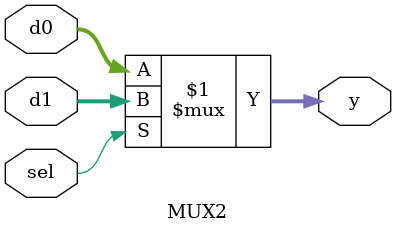
<source format=v>
module MUX2 # (parameter WIDTH = 32)(
    input [WIDTH - 1 : 0] d0,
    input [WIDTH - 1 : 0] d1,
    input sel,
    output [WIDTH - 1 : 0] y
);
    assign y = sel ? d1 : d0;
endmodule
</source>
